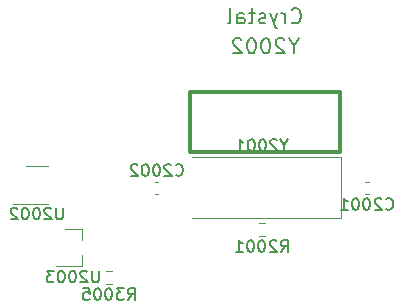
<source format=gbo>
%TF.GenerationSoftware,KiCad,Pcbnew,5.1.9+dfsg1-1*%
%TF.CreationDate,2021-05-17T22:01:10+02:00*%
%TF.ProjectId,PIC32MXCubeV1,50494333-324d-4584-9375-626556312e6b,rev?*%
%TF.SameCoordinates,Original*%
%TF.FileFunction,Legend,Bot*%
%TF.FilePolarity,Positive*%
%FSLAX46Y46*%
G04 Gerber Fmt 4.6, Leading zero omitted, Abs format (unit mm)*
G04 Created by KiCad (PCBNEW 5.1.9+dfsg1-1) date 2021-05-17 22:01:10*
%MOMM*%
%LPD*%
G01*
G04 APERTURE LIST*
%ADD10C,0.120000*%
%ADD11C,0.304800*%
%ADD12C,0.150000*%
%ADD13C,0.203200*%
G04 APERTURE END LIST*
D10*
%TO.C,R3005*%
X159528742Y-93457500D02*
X160003258Y-93457500D01*
X159528742Y-94502500D02*
X160003258Y-94502500D01*
D11*
%TO.C,Y2002*%
X179324000Y-78232000D02*
X166624000Y-78232000D01*
X166624000Y-78232000D02*
X166624000Y-83312000D01*
X166624000Y-83312000D02*
X179324000Y-83312000D01*
X179324000Y-83312000D02*
X179324000Y-78232000D01*
D10*
%TO.C,C2001*%
X181469420Y-85850000D02*
X181750580Y-85850000D01*
X181469420Y-86870000D02*
X181750580Y-86870000D01*
%TO.C,C2002*%
X163957580Y-85850000D02*
X163676420Y-85850000D01*
X163957580Y-86870000D02*
X163676420Y-86870000D01*
%TO.C,R2001*%
X172482742Y-89393500D02*
X172957258Y-89393500D01*
X172482742Y-90438500D02*
X172957258Y-90438500D01*
%TO.C,U2002*%
X154570000Y-87716000D02*
X151620000Y-87716000D01*
X152770000Y-84496000D02*
X154570000Y-84496000D01*
%TO.C,U2003*%
X157478000Y-89860000D02*
X156018000Y-89860000D01*
X157478000Y-93020000D02*
X155318000Y-93020000D01*
X157478000Y-93020000D02*
X157478000Y-92090000D01*
X157478000Y-89860000D02*
X157478000Y-90790000D01*
%TO.C,Y2001*%
X166820000Y-83810000D02*
X179420000Y-83810000D01*
X179420000Y-83810000D02*
X179420000Y-88910000D01*
X179420000Y-88910000D02*
X166820000Y-88910000D01*
%TO.C,R3005*%
D12*
X161361238Y-95862380D02*
X161694571Y-95386190D01*
X161932666Y-95862380D02*
X161932666Y-94862380D01*
X161551714Y-94862380D01*
X161456476Y-94910000D01*
X161408857Y-94957619D01*
X161361238Y-95052857D01*
X161361238Y-95195714D01*
X161408857Y-95290952D01*
X161456476Y-95338571D01*
X161551714Y-95386190D01*
X161932666Y-95386190D01*
X161027904Y-94862380D02*
X160408857Y-94862380D01*
X160742190Y-95243333D01*
X160599333Y-95243333D01*
X160504095Y-95290952D01*
X160456476Y-95338571D01*
X160408857Y-95433809D01*
X160408857Y-95671904D01*
X160456476Y-95767142D01*
X160504095Y-95814761D01*
X160599333Y-95862380D01*
X160885047Y-95862380D01*
X160980285Y-95814761D01*
X161027904Y-95767142D01*
X159789809Y-94862380D02*
X159694571Y-94862380D01*
X159599333Y-94910000D01*
X159551714Y-94957619D01*
X159504095Y-95052857D01*
X159456476Y-95243333D01*
X159456476Y-95481428D01*
X159504095Y-95671904D01*
X159551714Y-95767142D01*
X159599333Y-95814761D01*
X159694571Y-95862380D01*
X159789809Y-95862380D01*
X159885047Y-95814761D01*
X159932666Y-95767142D01*
X159980285Y-95671904D01*
X160027904Y-95481428D01*
X160027904Y-95243333D01*
X159980285Y-95052857D01*
X159932666Y-94957619D01*
X159885047Y-94910000D01*
X159789809Y-94862380D01*
X158837428Y-94862380D02*
X158742190Y-94862380D01*
X158646952Y-94910000D01*
X158599333Y-94957619D01*
X158551714Y-95052857D01*
X158504095Y-95243333D01*
X158504095Y-95481428D01*
X158551714Y-95671904D01*
X158599333Y-95767142D01*
X158646952Y-95814761D01*
X158742190Y-95862380D01*
X158837428Y-95862380D01*
X158932666Y-95814761D01*
X158980285Y-95767142D01*
X159027904Y-95671904D01*
X159075523Y-95481428D01*
X159075523Y-95243333D01*
X159027904Y-95052857D01*
X158980285Y-94957619D01*
X158932666Y-94910000D01*
X158837428Y-94862380D01*
X157599333Y-94862380D02*
X158075523Y-94862380D01*
X158123142Y-95338571D01*
X158075523Y-95290952D01*
X157980285Y-95243333D01*
X157742190Y-95243333D01*
X157646952Y-95290952D01*
X157599333Y-95338571D01*
X157551714Y-95433809D01*
X157551714Y-95671904D01*
X157599333Y-95767142D01*
X157646952Y-95814761D01*
X157742190Y-95862380D01*
X157980285Y-95862380D01*
X158075523Y-95814761D01*
X158123142Y-95767142D01*
%TO.C,Y2002*%
D13*
X175393047Y-74391761D02*
X175393047Y-74996523D01*
X175816380Y-73726523D02*
X175393047Y-74391761D01*
X174969714Y-73726523D01*
X174606857Y-73847476D02*
X174546380Y-73787000D01*
X174425428Y-73726523D01*
X174123047Y-73726523D01*
X174002095Y-73787000D01*
X173941619Y-73847476D01*
X173881142Y-73968428D01*
X173881142Y-74089380D01*
X173941619Y-74270809D01*
X174667333Y-74996523D01*
X173881142Y-74996523D01*
X173094952Y-73726523D02*
X172974000Y-73726523D01*
X172853047Y-73787000D01*
X172792571Y-73847476D01*
X172732095Y-73968428D01*
X172671619Y-74210333D01*
X172671619Y-74512714D01*
X172732095Y-74754619D01*
X172792571Y-74875571D01*
X172853047Y-74936047D01*
X172974000Y-74996523D01*
X173094952Y-74996523D01*
X173215904Y-74936047D01*
X173276380Y-74875571D01*
X173336857Y-74754619D01*
X173397333Y-74512714D01*
X173397333Y-74210333D01*
X173336857Y-73968428D01*
X173276380Y-73847476D01*
X173215904Y-73787000D01*
X173094952Y-73726523D01*
X171885428Y-73726523D02*
X171764476Y-73726523D01*
X171643523Y-73787000D01*
X171583047Y-73847476D01*
X171522571Y-73968428D01*
X171462095Y-74210333D01*
X171462095Y-74512714D01*
X171522571Y-74754619D01*
X171583047Y-74875571D01*
X171643523Y-74936047D01*
X171764476Y-74996523D01*
X171885428Y-74996523D01*
X172006380Y-74936047D01*
X172066857Y-74875571D01*
X172127333Y-74754619D01*
X172187809Y-74512714D01*
X172187809Y-74210333D01*
X172127333Y-73968428D01*
X172066857Y-73847476D01*
X172006380Y-73787000D01*
X171885428Y-73726523D01*
X170978285Y-73847476D02*
X170917809Y-73787000D01*
X170796857Y-73726523D01*
X170494476Y-73726523D01*
X170373523Y-73787000D01*
X170313047Y-73847476D01*
X170252571Y-73968428D01*
X170252571Y-74089380D01*
X170313047Y-74270809D01*
X171038761Y-74996523D01*
X170252571Y-74996523D01*
X175241857Y-72335571D02*
X175302333Y-72396047D01*
X175483761Y-72456523D01*
X175604714Y-72456523D01*
X175786142Y-72396047D01*
X175907095Y-72275095D01*
X175967571Y-72154142D01*
X176028047Y-71912238D01*
X176028047Y-71730809D01*
X175967571Y-71488904D01*
X175907095Y-71367952D01*
X175786142Y-71247000D01*
X175604714Y-71186523D01*
X175483761Y-71186523D01*
X175302333Y-71247000D01*
X175241857Y-71307476D01*
X174697571Y-72456523D02*
X174697571Y-71609857D01*
X174697571Y-71851761D02*
X174637095Y-71730809D01*
X174576619Y-71670333D01*
X174455666Y-71609857D01*
X174334714Y-71609857D01*
X174032333Y-71609857D02*
X173729952Y-72456523D01*
X173427571Y-71609857D02*
X173729952Y-72456523D01*
X173850904Y-72758904D01*
X173911380Y-72819380D01*
X174032333Y-72879857D01*
X173004238Y-72396047D02*
X172883285Y-72456523D01*
X172641380Y-72456523D01*
X172520428Y-72396047D01*
X172459952Y-72275095D01*
X172459952Y-72214619D01*
X172520428Y-72093666D01*
X172641380Y-72033190D01*
X172822809Y-72033190D01*
X172943761Y-71972714D01*
X173004238Y-71851761D01*
X173004238Y-71791285D01*
X172943761Y-71670333D01*
X172822809Y-71609857D01*
X172641380Y-71609857D01*
X172520428Y-71670333D01*
X172097095Y-71609857D02*
X171613285Y-71609857D01*
X171915666Y-71186523D02*
X171915666Y-72275095D01*
X171855190Y-72396047D01*
X171734238Y-72456523D01*
X171613285Y-72456523D01*
X170645666Y-72456523D02*
X170645666Y-71791285D01*
X170706142Y-71670333D01*
X170827095Y-71609857D01*
X171069000Y-71609857D01*
X171189952Y-71670333D01*
X170645666Y-72396047D02*
X170766619Y-72456523D01*
X171069000Y-72456523D01*
X171189952Y-72396047D01*
X171250428Y-72275095D01*
X171250428Y-72154142D01*
X171189952Y-72033190D01*
X171069000Y-71972714D01*
X170766619Y-71972714D01*
X170645666Y-71912238D01*
X169859476Y-72456523D02*
X169980428Y-72396047D01*
X170040904Y-72275095D01*
X170040904Y-71186523D01*
%TO.C,C2001*%
D12*
X183205238Y-88147142D02*
X183252857Y-88194761D01*
X183395714Y-88242380D01*
X183490952Y-88242380D01*
X183633809Y-88194761D01*
X183729047Y-88099523D01*
X183776666Y-88004285D01*
X183824285Y-87813809D01*
X183824285Y-87670952D01*
X183776666Y-87480476D01*
X183729047Y-87385238D01*
X183633809Y-87290000D01*
X183490952Y-87242380D01*
X183395714Y-87242380D01*
X183252857Y-87290000D01*
X183205238Y-87337619D01*
X182824285Y-87337619D02*
X182776666Y-87290000D01*
X182681428Y-87242380D01*
X182443333Y-87242380D01*
X182348095Y-87290000D01*
X182300476Y-87337619D01*
X182252857Y-87432857D01*
X182252857Y-87528095D01*
X182300476Y-87670952D01*
X182871904Y-88242380D01*
X182252857Y-88242380D01*
X181633809Y-87242380D02*
X181538571Y-87242380D01*
X181443333Y-87290000D01*
X181395714Y-87337619D01*
X181348095Y-87432857D01*
X181300476Y-87623333D01*
X181300476Y-87861428D01*
X181348095Y-88051904D01*
X181395714Y-88147142D01*
X181443333Y-88194761D01*
X181538571Y-88242380D01*
X181633809Y-88242380D01*
X181729047Y-88194761D01*
X181776666Y-88147142D01*
X181824285Y-88051904D01*
X181871904Y-87861428D01*
X181871904Y-87623333D01*
X181824285Y-87432857D01*
X181776666Y-87337619D01*
X181729047Y-87290000D01*
X181633809Y-87242380D01*
X180681428Y-87242380D02*
X180586190Y-87242380D01*
X180490952Y-87290000D01*
X180443333Y-87337619D01*
X180395714Y-87432857D01*
X180348095Y-87623333D01*
X180348095Y-87861428D01*
X180395714Y-88051904D01*
X180443333Y-88147142D01*
X180490952Y-88194761D01*
X180586190Y-88242380D01*
X180681428Y-88242380D01*
X180776666Y-88194761D01*
X180824285Y-88147142D01*
X180871904Y-88051904D01*
X180919523Y-87861428D01*
X180919523Y-87623333D01*
X180871904Y-87432857D01*
X180824285Y-87337619D01*
X180776666Y-87290000D01*
X180681428Y-87242380D01*
X179395714Y-88242380D02*
X179967142Y-88242380D01*
X179681428Y-88242380D02*
X179681428Y-87242380D01*
X179776666Y-87385238D01*
X179871904Y-87480476D01*
X179967142Y-87528095D01*
%TO.C,C2002*%
X165412238Y-85287142D02*
X165459857Y-85334761D01*
X165602714Y-85382380D01*
X165697952Y-85382380D01*
X165840809Y-85334761D01*
X165936047Y-85239523D01*
X165983666Y-85144285D01*
X166031285Y-84953809D01*
X166031285Y-84810952D01*
X165983666Y-84620476D01*
X165936047Y-84525238D01*
X165840809Y-84430000D01*
X165697952Y-84382380D01*
X165602714Y-84382380D01*
X165459857Y-84430000D01*
X165412238Y-84477619D01*
X165031285Y-84477619D02*
X164983666Y-84430000D01*
X164888428Y-84382380D01*
X164650333Y-84382380D01*
X164555095Y-84430000D01*
X164507476Y-84477619D01*
X164459857Y-84572857D01*
X164459857Y-84668095D01*
X164507476Y-84810952D01*
X165078904Y-85382380D01*
X164459857Y-85382380D01*
X163840809Y-84382380D02*
X163745571Y-84382380D01*
X163650333Y-84430000D01*
X163602714Y-84477619D01*
X163555095Y-84572857D01*
X163507476Y-84763333D01*
X163507476Y-85001428D01*
X163555095Y-85191904D01*
X163602714Y-85287142D01*
X163650333Y-85334761D01*
X163745571Y-85382380D01*
X163840809Y-85382380D01*
X163936047Y-85334761D01*
X163983666Y-85287142D01*
X164031285Y-85191904D01*
X164078904Y-85001428D01*
X164078904Y-84763333D01*
X164031285Y-84572857D01*
X163983666Y-84477619D01*
X163936047Y-84430000D01*
X163840809Y-84382380D01*
X162888428Y-84382380D02*
X162793190Y-84382380D01*
X162697952Y-84430000D01*
X162650333Y-84477619D01*
X162602714Y-84572857D01*
X162555095Y-84763333D01*
X162555095Y-85001428D01*
X162602714Y-85191904D01*
X162650333Y-85287142D01*
X162697952Y-85334761D01*
X162793190Y-85382380D01*
X162888428Y-85382380D01*
X162983666Y-85334761D01*
X163031285Y-85287142D01*
X163078904Y-85191904D01*
X163126523Y-85001428D01*
X163126523Y-84763333D01*
X163078904Y-84572857D01*
X163031285Y-84477619D01*
X162983666Y-84430000D01*
X162888428Y-84382380D01*
X162174142Y-84477619D02*
X162126523Y-84430000D01*
X162031285Y-84382380D01*
X161793190Y-84382380D01*
X161697952Y-84430000D01*
X161650333Y-84477619D01*
X161602714Y-84572857D01*
X161602714Y-84668095D01*
X161650333Y-84810952D01*
X162221761Y-85382380D01*
X161602714Y-85382380D01*
%TO.C,R2001*%
X174315238Y-91798380D02*
X174648571Y-91322190D01*
X174886666Y-91798380D02*
X174886666Y-90798380D01*
X174505714Y-90798380D01*
X174410476Y-90846000D01*
X174362857Y-90893619D01*
X174315238Y-90988857D01*
X174315238Y-91131714D01*
X174362857Y-91226952D01*
X174410476Y-91274571D01*
X174505714Y-91322190D01*
X174886666Y-91322190D01*
X173934285Y-90893619D02*
X173886666Y-90846000D01*
X173791428Y-90798380D01*
X173553333Y-90798380D01*
X173458095Y-90846000D01*
X173410476Y-90893619D01*
X173362857Y-90988857D01*
X173362857Y-91084095D01*
X173410476Y-91226952D01*
X173981904Y-91798380D01*
X173362857Y-91798380D01*
X172743809Y-90798380D02*
X172648571Y-90798380D01*
X172553333Y-90846000D01*
X172505714Y-90893619D01*
X172458095Y-90988857D01*
X172410476Y-91179333D01*
X172410476Y-91417428D01*
X172458095Y-91607904D01*
X172505714Y-91703142D01*
X172553333Y-91750761D01*
X172648571Y-91798380D01*
X172743809Y-91798380D01*
X172839047Y-91750761D01*
X172886666Y-91703142D01*
X172934285Y-91607904D01*
X172981904Y-91417428D01*
X172981904Y-91179333D01*
X172934285Y-90988857D01*
X172886666Y-90893619D01*
X172839047Y-90846000D01*
X172743809Y-90798380D01*
X171791428Y-90798380D02*
X171696190Y-90798380D01*
X171600952Y-90846000D01*
X171553333Y-90893619D01*
X171505714Y-90988857D01*
X171458095Y-91179333D01*
X171458095Y-91417428D01*
X171505714Y-91607904D01*
X171553333Y-91703142D01*
X171600952Y-91750761D01*
X171696190Y-91798380D01*
X171791428Y-91798380D01*
X171886666Y-91750761D01*
X171934285Y-91703142D01*
X171981904Y-91607904D01*
X172029523Y-91417428D01*
X172029523Y-91179333D01*
X171981904Y-90988857D01*
X171934285Y-90893619D01*
X171886666Y-90846000D01*
X171791428Y-90798380D01*
X170505714Y-91798380D02*
X171077142Y-91798380D01*
X170791428Y-91798380D02*
X170791428Y-90798380D01*
X170886666Y-90941238D01*
X170981904Y-91036476D01*
X171077142Y-91084095D01*
%TO.C,U2002*%
X155860476Y-88058380D02*
X155860476Y-88867904D01*
X155812857Y-88963142D01*
X155765238Y-89010761D01*
X155670000Y-89058380D01*
X155479523Y-89058380D01*
X155384285Y-89010761D01*
X155336666Y-88963142D01*
X155289047Y-88867904D01*
X155289047Y-88058380D01*
X154860476Y-88153619D02*
X154812857Y-88106000D01*
X154717619Y-88058380D01*
X154479523Y-88058380D01*
X154384285Y-88106000D01*
X154336666Y-88153619D01*
X154289047Y-88248857D01*
X154289047Y-88344095D01*
X154336666Y-88486952D01*
X154908095Y-89058380D01*
X154289047Y-89058380D01*
X153670000Y-88058380D02*
X153574761Y-88058380D01*
X153479523Y-88106000D01*
X153431904Y-88153619D01*
X153384285Y-88248857D01*
X153336666Y-88439333D01*
X153336666Y-88677428D01*
X153384285Y-88867904D01*
X153431904Y-88963142D01*
X153479523Y-89010761D01*
X153574761Y-89058380D01*
X153670000Y-89058380D01*
X153765238Y-89010761D01*
X153812857Y-88963142D01*
X153860476Y-88867904D01*
X153908095Y-88677428D01*
X153908095Y-88439333D01*
X153860476Y-88248857D01*
X153812857Y-88153619D01*
X153765238Y-88106000D01*
X153670000Y-88058380D01*
X152717619Y-88058380D02*
X152622380Y-88058380D01*
X152527142Y-88106000D01*
X152479523Y-88153619D01*
X152431904Y-88248857D01*
X152384285Y-88439333D01*
X152384285Y-88677428D01*
X152431904Y-88867904D01*
X152479523Y-88963142D01*
X152527142Y-89010761D01*
X152622380Y-89058380D01*
X152717619Y-89058380D01*
X152812857Y-89010761D01*
X152860476Y-88963142D01*
X152908095Y-88867904D01*
X152955714Y-88677428D01*
X152955714Y-88439333D01*
X152908095Y-88248857D01*
X152860476Y-88153619D01*
X152812857Y-88106000D01*
X152717619Y-88058380D01*
X152003333Y-88153619D02*
X151955714Y-88106000D01*
X151860476Y-88058380D01*
X151622380Y-88058380D01*
X151527142Y-88106000D01*
X151479523Y-88153619D01*
X151431904Y-88248857D01*
X151431904Y-88344095D01*
X151479523Y-88486952D01*
X152050952Y-89058380D01*
X151431904Y-89058380D01*
%TO.C,U2003*%
X158908476Y-93392380D02*
X158908476Y-94201904D01*
X158860857Y-94297142D01*
X158813238Y-94344761D01*
X158718000Y-94392380D01*
X158527523Y-94392380D01*
X158432285Y-94344761D01*
X158384666Y-94297142D01*
X158337047Y-94201904D01*
X158337047Y-93392380D01*
X157908476Y-93487619D02*
X157860857Y-93440000D01*
X157765619Y-93392380D01*
X157527523Y-93392380D01*
X157432285Y-93440000D01*
X157384666Y-93487619D01*
X157337047Y-93582857D01*
X157337047Y-93678095D01*
X157384666Y-93820952D01*
X157956095Y-94392380D01*
X157337047Y-94392380D01*
X156718000Y-93392380D02*
X156622761Y-93392380D01*
X156527523Y-93440000D01*
X156479904Y-93487619D01*
X156432285Y-93582857D01*
X156384666Y-93773333D01*
X156384666Y-94011428D01*
X156432285Y-94201904D01*
X156479904Y-94297142D01*
X156527523Y-94344761D01*
X156622761Y-94392380D01*
X156718000Y-94392380D01*
X156813238Y-94344761D01*
X156860857Y-94297142D01*
X156908476Y-94201904D01*
X156956095Y-94011428D01*
X156956095Y-93773333D01*
X156908476Y-93582857D01*
X156860857Y-93487619D01*
X156813238Y-93440000D01*
X156718000Y-93392380D01*
X155765619Y-93392380D02*
X155670380Y-93392380D01*
X155575142Y-93440000D01*
X155527523Y-93487619D01*
X155479904Y-93582857D01*
X155432285Y-93773333D01*
X155432285Y-94011428D01*
X155479904Y-94201904D01*
X155527523Y-94297142D01*
X155575142Y-94344761D01*
X155670380Y-94392380D01*
X155765619Y-94392380D01*
X155860857Y-94344761D01*
X155908476Y-94297142D01*
X155956095Y-94201904D01*
X156003714Y-94011428D01*
X156003714Y-93773333D01*
X155956095Y-93582857D01*
X155908476Y-93487619D01*
X155860857Y-93440000D01*
X155765619Y-93392380D01*
X155098952Y-93392380D02*
X154479904Y-93392380D01*
X154813238Y-93773333D01*
X154670380Y-93773333D01*
X154575142Y-93820952D01*
X154527523Y-93868571D01*
X154479904Y-93963809D01*
X154479904Y-94201904D01*
X154527523Y-94297142D01*
X154575142Y-94344761D01*
X154670380Y-94392380D01*
X154956095Y-94392380D01*
X155051333Y-94344761D01*
X155098952Y-94297142D01*
%TO.C,Y2001*%
X174624761Y-82786190D02*
X174624761Y-83262380D01*
X174958095Y-82262380D02*
X174624761Y-82786190D01*
X174291428Y-82262380D01*
X174005714Y-82357619D02*
X173958095Y-82310000D01*
X173862857Y-82262380D01*
X173624761Y-82262380D01*
X173529523Y-82310000D01*
X173481904Y-82357619D01*
X173434285Y-82452857D01*
X173434285Y-82548095D01*
X173481904Y-82690952D01*
X174053333Y-83262380D01*
X173434285Y-83262380D01*
X172815238Y-82262380D02*
X172720000Y-82262380D01*
X172624761Y-82310000D01*
X172577142Y-82357619D01*
X172529523Y-82452857D01*
X172481904Y-82643333D01*
X172481904Y-82881428D01*
X172529523Y-83071904D01*
X172577142Y-83167142D01*
X172624761Y-83214761D01*
X172720000Y-83262380D01*
X172815238Y-83262380D01*
X172910476Y-83214761D01*
X172958095Y-83167142D01*
X173005714Y-83071904D01*
X173053333Y-82881428D01*
X173053333Y-82643333D01*
X173005714Y-82452857D01*
X172958095Y-82357619D01*
X172910476Y-82310000D01*
X172815238Y-82262380D01*
X171862857Y-82262380D02*
X171767619Y-82262380D01*
X171672380Y-82310000D01*
X171624761Y-82357619D01*
X171577142Y-82452857D01*
X171529523Y-82643333D01*
X171529523Y-82881428D01*
X171577142Y-83071904D01*
X171624761Y-83167142D01*
X171672380Y-83214761D01*
X171767619Y-83262380D01*
X171862857Y-83262380D01*
X171958095Y-83214761D01*
X172005714Y-83167142D01*
X172053333Y-83071904D01*
X172100952Y-82881428D01*
X172100952Y-82643333D01*
X172053333Y-82452857D01*
X172005714Y-82357619D01*
X171958095Y-82310000D01*
X171862857Y-82262380D01*
X170577142Y-83262380D02*
X171148571Y-83262380D01*
X170862857Y-83262380D02*
X170862857Y-82262380D01*
X170958095Y-82405238D01*
X171053333Y-82500476D01*
X171148571Y-82548095D01*
%TD*%
M02*

</source>
